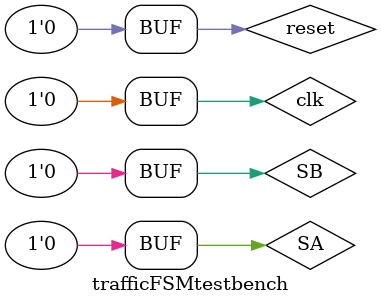
<source format=sv>
`timescale 1ns / 1ps


module trafficFSMtestbench();
 logic clk, reset, SA , SB;
 logic [2:0] lightA, lightB;
 
 // instantiate device under test
 trafficFSM dut( clk, reset, SA , SB, lightA, lightB);
 
 always begin
  clk <= 1; #5;
  clk <= 0; #5;
 end 
 
 initial begin
 reset <= 1; #10;
 
 reset <= 0; SA <= 1; SB <= 1; #10; //while there is traffic on A ( SA = 1) should stay on S0
 
 SB <= 0; #10; //this should not change S0 as long as there is traffic on street A

 SA <= 0; #10; //now there is no traffic, the state will be S1
 
 #10; //S2
 
 SB <= 1; #10; //S3 Notice that even SB is 1 it will transfer to next stage
 //when passes into S4 NOW it will stay
 
 #10; //S4
 
 #10; //S4 (stay in this state as long as traffic on B (SB = 1)
 
 #10; //S4
 
 #10; //S4 
 
 SB <= 0; #10; //transfer to S5 
 
 #10; //S6
 
 #10; //S7
 
 #10; //S0
 
 #10; //S1
 
 #10; //S2
 //................... S3, S4, S5
 
 #10; //AS LONG AS NO TRAFFIC THE STATES WILL CONTINUE TO CHANGE AND FOLLOW A CYCLE
 
 end
 

 
 
 //apply inputs one at a time
//   initial begin
//    reset <= 1; #3000000000;
//    reset <= 0; #3000000000;
//    SA <= 1; SB <= 1; #3000000000;
//    SB <= 0; #3000000000;
//    SA <= 0; #3000000000;  //passes s1 state  
//end 

   
     
  

   
endmodule

</source>
